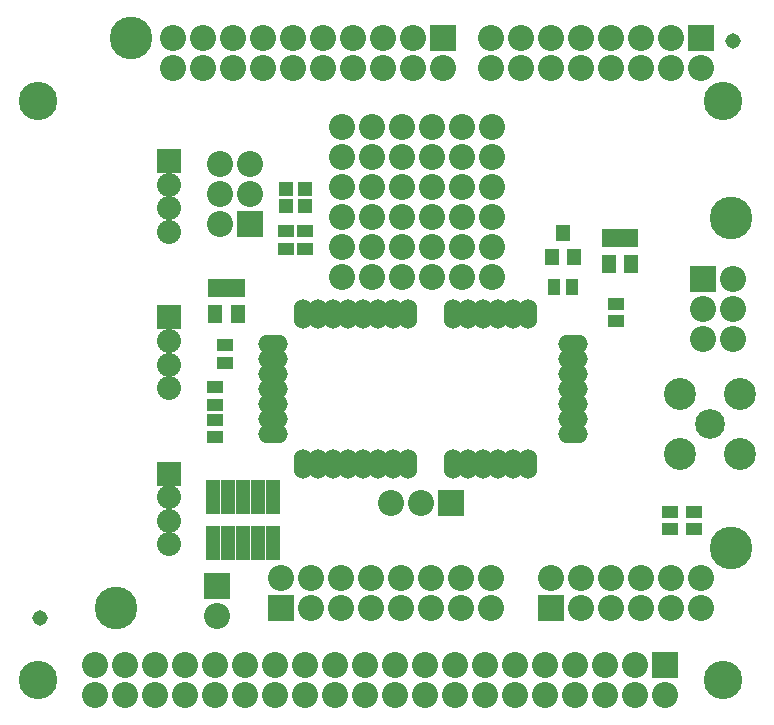
<source format=gts>
G04 #@! TF.FileFunction,Soldermask,Top*
%FSLAX46Y46*%
G04 Gerber Fmt 4.6, Leading zero omitted, Abs format (unit mm)*
G04 Created by KiCad (PCBNEW 4.0.7-e2-6376~58~ubuntu16.04.1) date Fri Apr 13 07:59:41 2018*
%MOMM*%
%LPD*%
G01*
G04 APERTURE LIST*
%ADD10C,0.150000*%
%ADD11R,1.408000X1.008000*%
%ADD12R,1.305560X1.305560*%
%ADD13C,1.308000*%
%ADD14R,1.248000X2.908000*%
%ADD15R,1.008000X1.408000*%
%ADD16R,1.158000X1.568000*%
%ADD17R,1.308000X1.408000*%
%ADD18C,2.708000*%
%ADD19C,2.508000*%
%ADD20O,1.524000X2.540000*%
%ADD21O,2.540000X1.524000*%
%ADD22R,2.208000X2.208000*%
%ADD23O,2.208000X2.208000*%
%ADD24C,2.208000*%
%ADD25C,3.258000*%
%ADD26C,3.608000*%
%ADD27R,2.032000X2.032000*%
%ADD28C,2.032000*%
G04 APERTURE END LIST*
D10*
D11*
X118910000Y-98180000D03*
X118910000Y-99680000D03*
D12*
X124860000Y-81350700D03*
X124860000Y-82849300D03*
X126520000Y-81350700D03*
X126520000Y-82849300D03*
D13*
X104050000Y-117690000D03*
X162720000Y-68840000D03*
D14*
X123770000Y-107470000D03*
X123770000Y-111370000D03*
X122500000Y-107470000D03*
X122500000Y-111370000D03*
X121230000Y-107470000D03*
X121230000Y-111370000D03*
X119960000Y-107470000D03*
X119960000Y-111370000D03*
X118690000Y-107470000D03*
X118690000Y-111370000D03*
D15*
X149090000Y-89670000D03*
X147590000Y-89670000D03*
D11*
X119730000Y-96070000D03*
X119730000Y-94570000D03*
X124860000Y-84960000D03*
X124860000Y-86460000D03*
X126530000Y-84950000D03*
X126530000Y-86450000D03*
X152810000Y-92580000D03*
X152810000Y-91080000D03*
D16*
X120820000Y-89790000D03*
X119870000Y-89790000D03*
X118920000Y-89790000D03*
X118920000Y-91990000D03*
X120820000Y-91990000D03*
D17*
X148340000Y-85140000D03*
X147390000Y-87140000D03*
X149290000Y-87140000D03*
D16*
X154100000Y-85500000D03*
X153150000Y-85500000D03*
X152200000Y-85500000D03*
X152200000Y-87700000D03*
X154100000Y-87700000D03*
D18*
X158230000Y-103790000D03*
X158230000Y-98710000D03*
X163310000Y-98710000D03*
X163310000Y-103790000D03*
D19*
X160770000Y-101250000D03*
D20*
X126310000Y-104650000D03*
X127580000Y-104650000D03*
X130120000Y-104650000D03*
X128850000Y-104650000D03*
X133930000Y-104650000D03*
X135200000Y-104650000D03*
X132660000Y-104650000D03*
X131390000Y-104650000D03*
X141550000Y-104650000D03*
X142820000Y-104650000D03*
X145360000Y-104650000D03*
X144090000Y-104650000D03*
X139010000Y-104650000D03*
X140280000Y-104650000D03*
X140280000Y-91950000D03*
X139010000Y-91950000D03*
X144090000Y-91950000D03*
X145360000Y-91950000D03*
X142820000Y-91950000D03*
X141550000Y-91950000D03*
X131390000Y-91950000D03*
X132660000Y-91950000D03*
X135200000Y-91950000D03*
X133930000Y-91950000D03*
X128850000Y-91950000D03*
X130120000Y-91950000D03*
X127580000Y-91950000D03*
X126310000Y-91950000D03*
D21*
X149170000Y-98300000D03*
X149170000Y-97030000D03*
X149170000Y-95760000D03*
X149170000Y-94490000D03*
X149170000Y-99570000D03*
X149170000Y-100840000D03*
X149170000Y-102110000D03*
X123770000Y-102110000D03*
X123770000Y-100840000D03*
X123770000Y-99570000D03*
X123770000Y-94490000D03*
X123770000Y-95760000D03*
X123770000Y-97030000D03*
X123770000Y-98300000D03*
D22*
X124460000Y-116840000D03*
D23*
X127000000Y-116840000D03*
X129540000Y-116840000D03*
X132080000Y-116840000D03*
X134620000Y-116840000D03*
X137160000Y-116840000D03*
X139700000Y-116840000D03*
X142240000Y-116840000D03*
D22*
X147320000Y-116840000D03*
D23*
X149860000Y-116840000D03*
X152400000Y-116840000D03*
X154940000Y-116840000D03*
X157480000Y-116840000D03*
X160020000Y-116840000D03*
D22*
X138180000Y-68580000D03*
D23*
X135640000Y-68580000D03*
X133100000Y-68580000D03*
X130560000Y-68580000D03*
X128020000Y-68580000D03*
X125480000Y-68580000D03*
X122940000Y-68580000D03*
X120400000Y-68580000D03*
X117860000Y-68580000D03*
X115320000Y-68580000D03*
D22*
X160020000Y-68580000D03*
D23*
X157480000Y-68580000D03*
X154940000Y-68580000D03*
X152400000Y-68580000D03*
X149860000Y-68580000D03*
X147320000Y-68580000D03*
X144780000Y-68580000D03*
X142240000Y-68580000D03*
D22*
X121820000Y-84350000D03*
D23*
X119280000Y-84350000D03*
X121820000Y-81810000D03*
X119280000Y-81810000D03*
X121820000Y-79270000D03*
X119280000Y-79270000D03*
D22*
X119060000Y-115020000D03*
D23*
X119060000Y-117560000D03*
D22*
X160190000Y-88960000D03*
D23*
X162730000Y-88960000D03*
X160190000Y-91500000D03*
X162730000Y-91500000D03*
X160190000Y-94040000D03*
X162730000Y-94040000D03*
D11*
X118910000Y-102410000D03*
X118910000Y-100910000D03*
D22*
X138870000Y-107940000D03*
D23*
X136330000Y-107940000D03*
X133790000Y-107940000D03*
D24*
X124470000Y-114300000D03*
D23*
X127010000Y-114300000D03*
X129550000Y-114300000D03*
X132090000Y-114300000D03*
X134630000Y-114300000D03*
X137170000Y-114300000D03*
X139710000Y-114300000D03*
X142250000Y-114300000D03*
D24*
X147320000Y-114300000D03*
D23*
X149860000Y-114300000D03*
X152400000Y-114300000D03*
X154940000Y-114300000D03*
X157480000Y-114300000D03*
X160020000Y-114300000D03*
D24*
X138180000Y-71120000D03*
D23*
X135640000Y-71120000D03*
X133100000Y-71120000D03*
X130560000Y-71120000D03*
X128020000Y-71120000D03*
X125480000Y-71120000D03*
X122940000Y-71120000D03*
X120400000Y-71120000D03*
X117860000Y-71120000D03*
X115320000Y-71120000D03*
D24*
X160020000Y-71130000D03*
D23*
X157480000Y-71130000D03*
X154940000Y-71130000D03*
X152400000Y-71130000D03*
X149860000Y-71130000D03*
X147320000Y-71130000D03*
X144780000Y-71130000D03*
X142240000Y-71130000D03*
D25*
X103870000Y-122920000D03*
X161880000Y-122920000D03*
X161860000Y-73920000D03*
X103870000Y-73910000D03*
D26*
X162590000Y-83830000D03*
X162590000Y-111770000D03*
X110490000Y-116850000D03*
X111790000Y-68590000D03*
D23*
X132160000Y-88820000D03*
X129620000Y-88820000D03*
X132160000Y-86280000D03*
X129620000Y-86280000D03*
X132160000Y-83740000D03*
D24*
X129620000Y-83740000D03*
X134700000Y-83740000D03*
D23*
X137240000Y-83740000D03*
X134700000Y-86280000D03*
X137240000Y-86280000D03*
X134700000Y-88820000D03*
X137240000Y-88820000D03*
X142320000Y-88820000D03*
X139780000Y-88820000D03*
X142320000Y-86280000D03*
X139780000Y-86280000D03*
X142320000Y-83740000D03*
D24*
X139780000Y-83740000D03*
X139780000Y-76120000D03*
D23*
X142320000Y-76120000D03*
X139780000Y-78660000D03*
X142320000Y-78660000D03*
X139780000Y-81200000D03*
X142320000Y-81200000D03*
X137240000Y-81200000D03*
X134700000Y-81200000D03*
X137240000Y-78660000D03*
X134700000Y-78660000D03*
X137240000Y-76120000D03*
D24*
X134700000Y-76120000D03*
X129620000Y-76120000D03*
D23*
X132160000Y-76120000D03*
X129620000Y-78660000D03*
X132160000Y-78660000D03*
X129620000Y-81200000D03*
X132160000Y-81200000D03*
D11*
X157440000Y-108690000D03*
X157440000Y-110190000D03*
X159440000Y-108690000D03*
X159440000Y-110190000D03*
D27*
X115020000Y-105470000D03*
D28*
X115020000Y-107470000D03*
X115020000Y-109470000D03*
X115020000Y-111470000D03*
D27*
X115020000Y-92250000D03*
D28*
X115020000Y-94250000D03*
X115020000Y-96250000D03*
X115020000Y-98250000D03*
D27*
X115020000Y-79020000D03*
D28*
X115020000Y-81020000D03*
X115020000Y-83020000D03*
X115020000Y-85020000D03*
D23*
X157010000Y-124190000D03*
D22*
X157010000Y-121650000D03*
D23*
X154470000Y-124190000D03*
X154470000Y-121650000D03*
X151930000Y-124190000D03*
X151930000Y-121650000D03*
X149390000Y-124190000D03*
X149390000Y-121650000D03*
X146850000Y-124190000D03*
X146850000Y-121650000D03*
X144310000Y-124190000D03*
X144310000Y-121650000D03*
X141770000Y-124190000D03*
X141770000Y-121650000D03*
X139230000Y-124190000D03*
X139230000Y-121650000D03*
X136690000Y-124190000D03*
X136690000Y-121650000D03*
X134150000Y-124190000D03*
X134150000Y-121650000D03*
X131610000Y-124190000D03*
X131610000Y-121650000D03*
X129070000Y-124190000D03*
X129070000Y-121650000D03*
X126530000Y-124190000D03*
X126530000Y-121650000D03*
X123990000Y-124190000D03*
X123990000Y-121650000D03*
X121450000Y-124190000D03*
X121450000Y-121650000D03*
X118910000Y-124190000D03*
X118910000Y-121650000D03*
X116370000Y-124190000D03*
X116370000Y-121650000D03*
X113830000Y-124190000D03*
X113830000Y-121650000D03*
X111290000Y-124190000D03*
X111290000Y-121650000D03*
X108750000Y-124190000D03*
X108750000Y-121650000D03*
M02*

</source>
